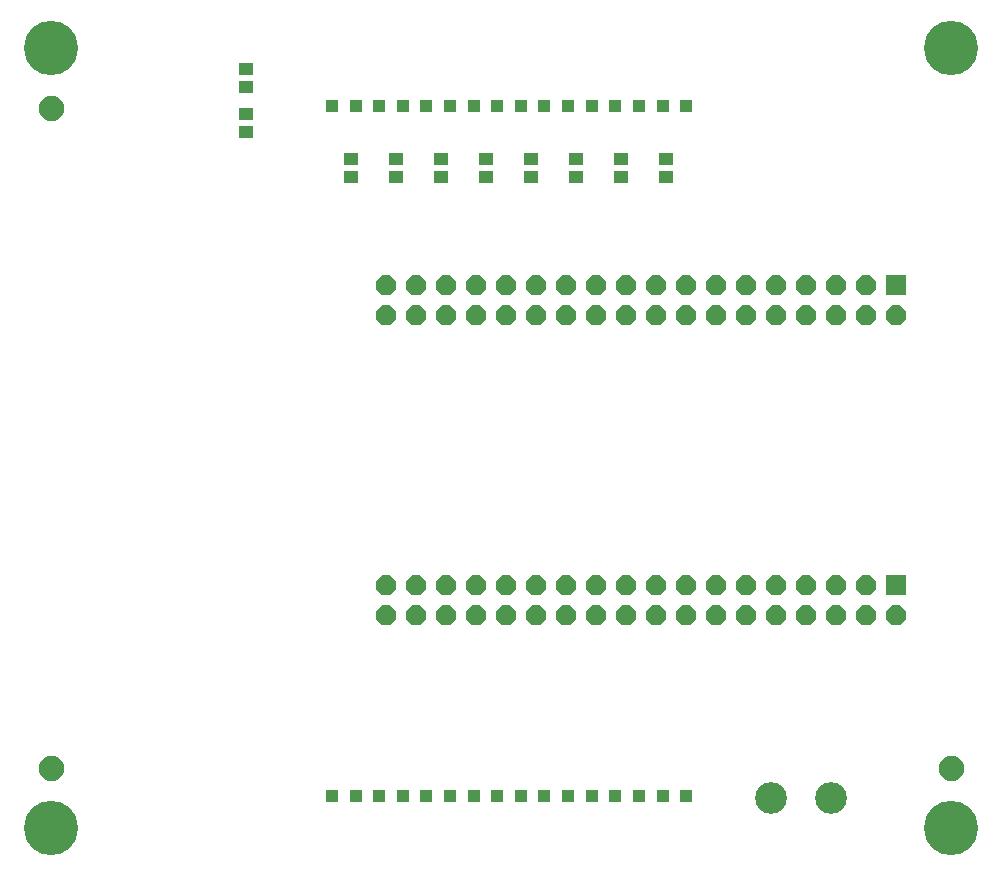
<source format=gbr>
G04 EAGLE Gerber RS-274X export*
G75*
%MOMM*%
%FSLAX34Y34*%
%LPD*%
%INSoldermask Top*%
%IPPOS*%
%AMOC8*
5,1,8,0,0,1.08239X$1,22.5*%
G01*
%ADD10R,1.676400X1.676400*%
%ADD11P,1.814519X8X202.500000*%
%ADD12R,1.007200X1.007200*%
%ADD13R,1.183641X1.102359*%
%ADD14C,2.692400*%
%ADD15C,4.597400*%
%ADD16C,0.609600*%
%ADD17C,1.168400*%


D10*
X766400Y510800D03*
D11*
X766400Y485400D03*
X741000Y510800D03*
X741000Y485400D03*
X715600Y510800D03*
X715600Y485400D03*
X690200Y510800D03*
X690200Y485400D03*
X664800Y510800D03*
X664800Y485400D03*
X639400Y510800D03*
X639400Y485400D03*
X614000Y510800D03*
X614000Y485400D03*
X588600Y510800D03*
X588600Y485400D03*
X563200Y510800D03*
X563200Y485400D03*
X537800Y510800D03*
X537800Y485400D03*
X512400Y510800D03*
X512400Y485400D03*
X487000Y510800D03*
X487000Y485400D03*
X461600Y510800D03*
X461600Y485400D03*
X436200Y510800D03*
X436200Y485400D03*
X410800Y510800D03*
X410800Y485400D03*
X385400Y510800D03*
X385400Y485400D03*
X360000Y510800D03*
X360000Y485400D03*
X334600Y510800D03*
X334600Y485400D03*
D10*
X766400Y256800D03*
D11*
X766400Y231400D03*
X741000Y256800D03*
X741000Y231400D03*
X715600Y256800D03*
X715600Y231400D03*
X690200Y256800D03*
X690200Y231400D03*
X664800Y256800D03*
X664800Y231400D03*
X639400Y256800D03*
X639400Y231400D03*
X614000Y256800D03*
X614000Y231400D03*
X588600Y256800D03*
X588600Y231400D03*
X563200Y256800D03*
X563200Y231400D03*
X537800Y256800D03*
X537800Y231400D03*
X512400Y256800D03*
X512400Y231400D03*
X487000Y256800D03*
X487000Y231400D03*
X461600Y256800D03*
X461600Y231400D03*
X436200Y256800D03*
X436200Y231400D03*
X410800Y256800D03*
X410800Y231400D03*
X385400Y256800D03*
X385400Y231400D03*
X360000Y256800D03*
X360000Y231400D03*
X334600Y256800D03*
X334600Y231400D03*
D12*
X288600Y77800D03*
X308600Y77800D03*
X328600Y77800D03*
X348600Y77800D03*
X368600Y77800D03*
X388600Y77800D03*
X408600Y77800D03*
X428600Y77800D03*
X448600Y77800D03*
X468600Y77800D03*
X488600Y77800D03*
X508600Y77800D03*
X528600Y77800D03*
X548600Y77800D03*
X568600Y77800D03*
X588600Y77800D03*
X288600Y662000D03*
X308600Y662000D03*
X328600Y662000D03*
X348600Y662000D03*
X368600Y662000D03*
X388600Y662000D03*
X408600Y662000D03*
X428600Y662000D03*
X448600Y662000D03*
X468600Y662000D03*
X488600Y662000D03*
X508600Y662000D03*
X528600Y662000D03*
X548600Y662000D03*
X568600Y662000D03*
X588600Y662000D03*
D13*
X342900Y617601D03*
X342900Y601599D03*
X381000Y617601D03*
X381000Y601599D03*
X419100Y617601D03*
X419100Y601599D03*
X457200Y617601D03*
X457200Y601599D03*
X495300Y617601D03*
X495300Y601599D03*
X533400Y617601D03*
X533400Y601599D03*
X571500Y617601D03*
X571500Y601599D03*
X304800Y617601D03*
X304800Y601599D03*
D14*
X660800Y76200D03*
X710800Y76200D03*
D13*
X215900Y655701D03*
X215900Y639699D03*
X215900Y693801D03*
X215900Y677799D03*
D15*
X812800Y50800D03*
X812800Y711200D03*
X50800Y50800D03*
X50800Y711200D03*
D16*
X43180Y660400D02*
X43182Y660587D01*
X43189Y660774D01*
X43201Y660961D01*
X43217Y661147D01*
X43237Y661333D01*
X43262Y661518D01*
X43292Y661703D01*
X43326Y661887D01*
X43365Y662070D01*
X43408Y662252D01*
X43456Y662432D01*
X43508Y662612D01*
X43565Y662790D01*
X43625Y662967D01*
X43691Y663142D01*
X43760Y663316D01*
X43834Y663488D01*
X43912Y663658D01*
X43994Y663826D01*
X44080Y663992D01*
X44170Y664156D01*
X44264Y664317D01*
X44362Y664477D01*
X44464Y664633D01*
X44570Y664788D01*
X44680Y664939D01*
X44793Y665088D01*
X44910Y665234D01*
X45030Y665377D01*
X45154Y665517D01*
X45281Y665654D01*
X45412Y665788D01*
X45546Y665919D01*
X45683Y666046D01*
X45823Y666170D01*
X45966Y666290D01*
X46112Y666407D01*
X46261Y666520D01*
X46412Y666630D01*
X46567Y666736D01*
X46723Y666838D01*
X46883Y666936D01*
X47044Y667030D01*
X47208Y667120D01*
X47374Y667206D01*
X47542Y667288D01*
X47712Y667366D01*
X47884Y667440D01*
X48058Y667509D01*
X48233Y667575D01*
X48410Y667635D01*
X48588Y667692D01*
X48768Y667744D01*
X48948Y667792D01*
X49130Y667835D01*
X49313Y667874D01*
X49497Y667908D01*
X49682Y667938D01*
X49867Y667963D01*
X50053Y667983D01*
X50239Y667999D01*
X50426Y668011D01*
X50613Y668018D01*
X50800Y668020D01*
X50987Y668018D01*
X51174Y668011D01*
X51361Y667999D01*
X51547Y667983D01*
X51733Y667963D01*
X51918Y667938D01*
X52103Y667908D01*
X52287Y667874D01*
X52470Y667835D01*
X52652Y667792D01*
X52832Y667744D01*
X53012Y667692D01*
X53190Y667635D01*
X53367Y667575D01*
X53542Y667509D01*
X53716Y667440D01*
X53888Y667366D01*
X54058Y667288D01*
X54226Y667206D01*
X54392Y667120D01*
X54556Y667030D01*
X54717Y666936D01*
X54877Y666838D01*
X55033Y666736D01*
X55188Y666630D01*
X55339Y666520D01*
X55488Y666407D01*
X55634Y666290D01*
X55777Y666170D01*
X55917Y666046D01*
X56054Y665919D01*
X56188Y665788D01*
X56319Y665654D01*
X56446Y665517D01*
X56570Y665377D01*
X56690Y665234D01*
X56807Y665088D01*
X56920Y664939D01*
X57030Y664788D01*
X57136Y664633D01*
X57238Y664477D01*
X57336Y664317D01*
X57430Y664156D01*
X57520Y663992D01*
X57606Y663826D01*
X57688Y663658D01*
X57766Y663488D01*
X57840Y663316D01*
X57909Y663142D01*
X57975Y662967D01*
X58035Y662790D01*
X58092Y662612D01*
X58144Y662432D01*
X58192Y662252D01*
X58235Y662070D01*
X58274Y661887D01*
X58308Y661703D01*
X58338Y661518D01*
X58363Y661333D01*
X58383Y661147D01*
X58399Y660961D01*
X58411Y660774D01*
X58418Y660587D01*
X58420Y660400D01*
X58418Y660213D01*
X58411Y660026D01*
X58399Y659839D01*
X58383Y659653D01*
X58363Y659467D01*
X58338Y659282D01*
X58308Y659097D01*
X58274Y658913D01*
X58235Y658730D01*
X58192Y658548D01*
X58144Y658368D01*
X58092Y658188D01*
X58035Y658010D01*
X57975Y657833D01*
X57909Y657658D01*
X57840Y657484D01*
X57766Y657312D01*
X57688Y657142D01*
X57606Y656974D01*
X57520Y656808D01*
X57430Y656644D01*
X57336Y656483D01*
X57238Y656323D01*
X57136Y656167D01*
X57030Y656012D01*
X56920Y655861D01*
X56807Y655712D01*
X56690Y655566D01*
X56570Y655423D01*
X56446Y655283D01*
X56319Y655146D01*
X56188Y655012D01*
X56054Y654881D01*
X55917Y654754D01*
X55777Y654630D01*
X55634Y654510D01*
X55488Y654393D01*
X55339Y654280D01*
X55188Y654170D01*
X55033Y654064D01*
X54877Y653962D01*
X54717Y653864D01*
X54556Y653770D01*
X54392Y653680D01*
X54226Y653594D01*
X54058Y653512D01*
X53888Y653434D01*
X53716Y653360D01*
X53542Y653291D01*
X53367Y653225D01*
X53190Y653165D01*
X53012Y653108D01*
X52832Y653056D01*
X52652Y653008D01*
X52470Y652965D01*
X52287Y652926D01*
X52103Y652892D01*
X51918Y652862D01*
X51733Y652837D01*
X51547Y652817D01*
X51361Y652801D01*
X51174Y652789D01*
X50987Y652782D01*
X50800Y652780D01*
X50613Y652782D01*
X50426Y652789D01*
X50239Y652801D01*
X50053Y652817D01*
X49867Y652837D01*
X49682Y652862D01*
X49497Y652892D01*
X49313Y652926D01*
X49130Y652965D01*
X48948Y653008D01*
X48768Y653056D01*
X48588Y653108D01*
X48410Y653165D01*
X48233Y653225D01*
X48058Y653291D01*
X47884Y653360D01*
X47712Y653434D01*
X47542Y653512D01*
X47374Y653594D01*
X47208Y653680D01*
X47044Y653770D01*
X46883Y653864D01*
X46723Y653962D01*
X46567Y654064D01*
X46412Y654170D01*
X46261Y654280D01*
X46112Y654393D01*
X45966Y654510D01*
X45823Y654630D01*
X45683Y654754D01*
X45546Y654881D01*
X45412Y655012D01*
X45281Y655146D01*
X45154Y655283D01*
X45030Y655423D01*
X44910Y655566D01*
X44793Y655712D01*
X44680Y655861D01*
X44570Y656012D01*
X44464Y656167D01*
X44362Y656323D01*
X44264Y656483D01*
X44170Y656644D01*
X44080Y656808D01*
X43994Y656974D01*
X43912Y657142D01*
X43834Y657312D01*
X43760Y657484D01*
X43691Y657658D01*
X43625Y657833D01*
X43565Y658010D01*
X43508Y658188D01*
X43456Y658368D01*
X43408Y658548D01*
X43365Y658730D01*
X43326Y658913D01*
X43292Y659097D01*
X43262Y659282D01*
X43237Y659467D01*
X43217Y659653D01*
X43201Y659839D01*
X43189Y660026D01*
X43182Y660213D01*
X43180Y660400D01*
D17*
X50800Y660400D03*
D16*
X43180Y101600D02*
X43182Y101787D01*
X43189Y101974D01*
X43201Y102161D01*
X43217Y102347D01*
X43237Y102533D01*
X43262Y102718D01*
X43292Y102903D01*
X43326Y103087D01*
X43365Y103270D01*
X43408Y103452D01*
X43456Y103632D01*
X43508Y103812D01*
X43565Y103990D01*
X43625Y104167D01*
X43691Y104342D01*
X43760Y104516D01*
X43834Y104688D01*
X43912Y104858D01*
X43994Y105026D01*
X44080Y105192D01*
X44170Y105356D01*
X44264Y105517D01*
X44362Y105677D01*
X44464Y105833D01*
X44570Y105988D01*
X44680Y106139D01*
X44793Y106288D01*
X44910Y106434D01*
X45030Y106577D01*
X45154Y106717D01*
X45281Y106854D01*
X45412Y106988D01*
X45546Y107119D01*
X45683Y107246D01*
X45823Y107370D01*
X45966Y107490D01*
X46112Y107607D01*
X46261Y107720D01*
X46412Y107830D01*
X46567Y107936D01*
X46723Y108038D01*
X46883Y108136D01*
X47044Y108230D01*
X47208Y108320D01*
X47374Y108406D01*
X47542Y108488D01*
X47712Y108566D01*
X47884Y108640D01*
X48058Y108709D01*
X48233Y108775D01*
X48410Y108835D01*
X48588Y108892D01*
X48768Y108944D01*
X48948Y108992D01*
X49130Y109035D01*
X49313Y109074D01*
X49497Y109108D01*
X49682Y109138D01*
X49867Y109163D01*
X50053Y109183D01*
X50239Y109199D01*
X50426Y109211D01*
X50613Y109218D01*
X50800Y109220D01*
X50987Y109218D01*
X51174Y109211D01*
X51361Y109199D01*
X51547Y109183D01*
X51733Y109163D01*
X51918Y109138D01*
X52103Y109108D01*
X52287Y109074D01*
X52470Y109035D01*
X52652Y108992D01*
X52832Y108944D01*
X53012Y108892D01*
X53190Y108835D01*
X53367Y108775D01*
X53542Y108709D01*
X53716Y108640D01*
X53888Y108566D01*
X54058Y108488D01*
X54226Y108406D01*
X54392Y108320D01*
X54556Y108230D01*
X54717Y108136D01*
X54877Y108038D01*
X55033Y107936D01*
X55188Y107830D01*
X55339Y107720D01*
X55488Y107607D01*
X55634Y107490D01*
X55777Y107370D01*
X55917Y107246D01*
X56054Y107119D01*
X56188Y106988D01*
X56319Y106854D01*
X56446Y106717D01*
X56570Y106577D01*
X56690Y106434D01*
X56807Y106288D01*
X56920Y106139D01*
X57030Y105988D01*
X57136Y105833D01*
X57238Y105677D01*
X57336Y105517D01*
X57430Y105356D01*
X57520Y105192D01*
X57606Y105026D01*
X57688Y104858D01*
X57766Y104688D01*
X57840Y104516D01*
X57909Y104342D01*
X57975Y104167D01*
X58035Y103990D01*
X58092Y103812D01*
X58144Y103632D01*
X58192Y103452D01*
X58235Y103270D01*
X58274Y103087D01*
X58308Y102903D01*
X58338Y102718D01*
X58363Y102533D01*
X58383Y102347D01*
X58399Y102161D01*
X58411Y101974D01*
X58418Y101787D01*
X58420Y101600D01*
X58418Y101413D01*
X58411Y101226D01*
X58399Y101039D01*
X58383Y100853D01*
X58363Y100667D01*
X58338Y100482D01*
X58308Y100297D01*
X58274Y100113D01*
X58235Y99930D01*
X58192Y99748D01*
X58144Y99568D01*
X58092Y99388D01*
X58035Y99210D01*
X57975Y99033D01*
X57909Y98858D01*
X57840Y98684D01*
X57766Y98512D01*
X57688Y98342D01*
X57606Y98174D01*
X57520Y98008D01*
X57430Y97844D01*
X57336Y97683D01*
X57238Y97523D01*
X57136Y97367D01*
X57030Y97212D01*
X56920Y97061D01*
X56807Y96912D01*
X56690Y96766D01*
X56570Y96623D01*
X56446Y96483D01*
X56319Y96346D01*
X56188Y96212D01*
X56054Y96081D01*
X55917Y95954D01*
X55777Y95830D01*
X55634Y95710D01*
X55488Y95593D01*
X55339Y95480D01*
X55188Y95370D01*
X55033Y95264D01*
X54877Y95162D01*
X54717Y95064D01*
X54556Y94970D01*
X54392Y94880D01*
X54226Y94794D01*
X54058Y94712D01*
X53888Y94634D01*
X53716Y94560D01*
X53542Y94491D01*
X53367Y94425D01*
X53190Y94365D01*
X53012Y94308D01*
X52832Y94256D01*
X52652Y94208D01*
X52470Y94165D01*
X52287Y94126D01*
X52103Y94092D01*
X51918Y94062D01*
X51733Y94037D01*
X51547Y94017D01*
X51361Y94001D01*
X51174Y93989D01*
X50987Y93982D01*
X50800Y93980D01*
X50613Y93982D01*
X50426Y93989D01*
X50239Y94001D01*
X50053Y94017D01*
X49867Y94037D01*
X49682Y94062D01*
X49497Y94092D01*
X49313Y94126D01*
X49130Y94165D01*
X48948Y94208D01*
X48768Y94256D01*
X48588Y94308D01*
X48410Y94365D01*
X48233Y94425D01*
X48058Y94491D01*
X47884Y94560D01*
X47712Y94634D01*
X47542Y94712D01*
X47374Y94794D01*
X47208Y94880D01*
X47044Y94970D01*
X46883Y95064D01*
X46723Y95162D01*
X46567Y95264D01*
X46412Y95370D01*
X46261Y95480D01*
X46112Y95593D01*
X45966Y95710D01*
X45823Y95830D01*
X45683Y95954D01*
X45546Y96081D01*
X45412Y96212D01*
X45281Y96346D01*
X45154Y96483D01*
X45030Y96623D01*
X44910Y96766D01*
X44793Y96912D01*
X44680Y97061D01*
X44570Y97212D01*
X44464Y97367D01*
X44362Y97523D01*
X44264Y97683D01*
X44170Y97844D01*
X44080Y98008D01*
X43994Y98174D01*
X43912Y98342D01*
X43834Y98512D01*
X43760Y98684D01*
X43691Y98858D01*
X43625Y99033D01*
X43565Y99210D01*
X43508Y99388D01*
X43456Y99568D01*
X43408Y99748D01*
X43365Y99930D01*
X43326Y100113D01*
X43292Y100297D01*
X43262Y100482D01*
X43237Y100667D01*
X43217Y100853D01*
X43201Y101039D01*
X43189Y101226D01*
X43182Y101413D01*
X43180Y101600D01*
D17*
X50800Y101600D03*
D16*
X805180Y101600D02*
X805182Y101787D01*
X805189Y101974D01*
X805201Y102161D01*
X805217Y102347D01*
X805237Y102533D01*
X805262Y102718D01*
X805292Y102903D01*
X805326Y103087D01*
X805365Y103270D01*
X805408Y103452D01*
X805456Y103632D01*
X805508Y103812D01*
X805565Y103990D01*
X805625Y104167D01*
X805691Y104342D01*
X805760Y104516D01*
X805834Y104688D01*
X805912Y104858D01*
X805994Y105026D01*
X806080Y105192D01*
X806170Y105356D01*
X806264Y105517D01*
X806362Y105677D01*
X806464Y105833D01*
X806570Y105988D01*
X806680Y106139D01*
X806793Y106288D01*
X806910Y106434D01*
X807030Y106577D01*
X807154Y106717D01*
X807281Y106854D01*
X807412Y106988D01*
X807546Y107119D01*
X807683Y107246D01*
X807823Y107370D01*
X807966Y107490D01*
X808112Y107607D01*
X808261Y107720D01*
X808412Y107830D01*
X808567Y107936D01*
X808723Y108038D01*
X808883Y108136D01*
X809044Y108230D01*
X809208Y108320D01*
X809374Y108406D01*
X809542Y108488D01*
X809712Y108566D01*
X809884Y108640D01*
X810058Y108709D01*
X810233Y108775D01*
X810410Y108835D01*
X810588Y108892D01*
X810768Y108944D01*
X810948Y108992D01*
X811130Y109035D01*
X811313Y109074D01*
X811497Y109108D01*
X811682Y109138D01*
X811867Y109163D01*
X812053Y109183D01*
X812239Y109199D01*
X812426Y109211D01*
X812613Y109218D01*
X812800Y109220D01*
X812987Y109218D01*
X813174Y109211D01*
X813361Y109199D01*
X813547Y109183D01*
X813733Y109163D01*
X813918Y109138D01*
X814103Y109108D01*
X814287Y109074D01*
X814470Y109035D01*
X814652Y108992D01*
X814832Y108944D01*
X815012Y108892D01*
X815190Y108835D01*
X815367Y108775D01*
X815542Y108709D01*
X815716Y108640D01*
X815888Y108566D01*
X816058Y108488D01*
X816226Y108406D01*
X816392Y108320D01*
X816556Y108230D01*
X816717Y108136D01*
X816877Y108038D01*
X817033Y107936D01*
X817188Y107830D01*
X817339Y107720D01*
X817488Y107607D01*
X817634Y107490D01*
X817777Y107370D01*
X817917Y107246D01*
X818054Y107119D01*
X818188Y106988D01*
X818319Y106854D01*
X818446Y106717D01*
X818570Y106577D01*
X818690Y106434D01*
X818807Y106288D01*
X818920Y106139D01*
X819030Y105988D01*
X819136Y105833D01*
X819238Y105677D01*
X819336Y105517D01*
X819430Y105356D01*
X819520Y105192D01*
X819606Y105026D01*
X819688Y104858D01*
X819766Y104688D01*
X819840Y104516D01*
X819909Y104342D01*
X819975Y104167D01*
X820035Y103990D01*
X820092Y103812D01*
X820144Y103632D01*
X820192Y103452D01*
X820235Y103270D01*
X820274Y103087D01*
X820308Y102903D01*
X820338Y102718D01*
X820363Y102533D01*
X820383Y102347D01*
X820399Y102161D01*
X820411Y101974D01*
X820418Y101787D01*
X820420Y101600D01*
X820418Y101413D01*
X820411Y101226D01*
X820399Y101039D01*
X820383Y100853D01*
X820363Y100667D01*
X820338Y100482D01*
X820308Y100297D01*
X820274Y100113D01*
X820235Y99930D01*
X820192Y99748D01*
X820144Y99568D01*
X820092Y99388D01*
X820035Y99210D01*
X819975Y99033D01*
X819909Y98858D01*
X819840Y98684D01*
X819766Y98512D01*
X819688Y98342D01*
X819606Y98174D01*
X819520Y98008D01*
X819430Y97844D01*
X819336Y97683D01*
X819238Y97523D01*
X819136Y97367D01*
X819030Y97212D01*
X818920Y97061D01*
X818807Y96912D01*
X818690Y96766D01*
X818570Y96623D01*
X818446Y96483D01*
X818319Y96346D01*
X818188Y96212D01*
X818054Y96081D01*
X817917Y95954D01*
X817777Y95830D01*
X817634Y95710D01*
X817488Y95593D01*
X817339Y95480D01*
X817188Y95370D01*
X817033Y95264D01*
X816877Y95162D01*
X816717Y95064D01*
X816556Y94970D01*
X816392Y94880D01*
X816226Y94794D01*
X816058Y94712D01*
X815888Y94634D01*
X815716Y94560D01*
X815542Y94491D01*
X815367Y94425D01*
X815190Y94365D01*
X815012Y94308D01*
X814832Y94256D01*
X814652Y94208D01*
X814470Y94165D01*
X814287Y94126D01*
X814103Y94092D01*
X813918Y94062D01*
X813733Y94037D01*
X813547Y94017D01*
X813361Y94001D01*
X813174Y93989D01*
X812987Y93982D01*
X812800Y93980D01*
X812613Y93982D01*
X812426Y93989D01*
X812239Y94001D01*
X812053Y94017D01*
X811867Y94037D01*
X811682Y94062D01*
X811497Y94092D01*
X811313Y94126D01*
X811130Y94165D01*
X810948Y94208D01*
X810768Y94256D01*
X810588Y94308D01*
X810410Y94365D01*
X810233Y94425D01*
X810058Y94491D01*
X809884Y94560D01*
X809712Y94634D01*
X809542Y94712D01*
X809374Y94794D01*
X809208Y94880D01*
X809044Y94970D01*
X808883Y95064D01*
X808723Y95162D01*
X808567Y95264D01*
X808412Y95370D01*
X808261Y95480D01*
X808112Y95593D01*
X807966Y95710D01*
X807823Y95830D01*
X807683Y95954D01*
X807546Y96081D01*
X807412Y96212D01*
X807281Y96346D01*
X807154Y96483D01*
X807030Y96623D01*
X806910Y96766D01*
X806793Y96912D01*
X806680Y97061D01*
X806570Y97212D01*
X806464Y97367D01*
X806362Y97523D01*
X806264Y97683D01*
X806170Y97844D01*
X806080Y98008D01*
X805994Y98174D01*
X805912Y98342D01*
X805834Y98512D01*
X805760Y98684D01*
X805691Y98858D01*
X805625Y99033D01*
X805565Y99210D01*
X805508Y99388D01*
X805456Y99568D01*
X805408Y99748D01*
X805365Y99930D01*
X805326Y100113D01*
X805292Y100297D01*
X805262Y100482D01*
X805237Y100667D01*
X805217Y100853D01*
X805201Y101039D01*
X805189Y101226D01*
X805182Y101413D01*
X805180Y101600D01*
D17*
X812800Y101600D03*
M02*

</source>
